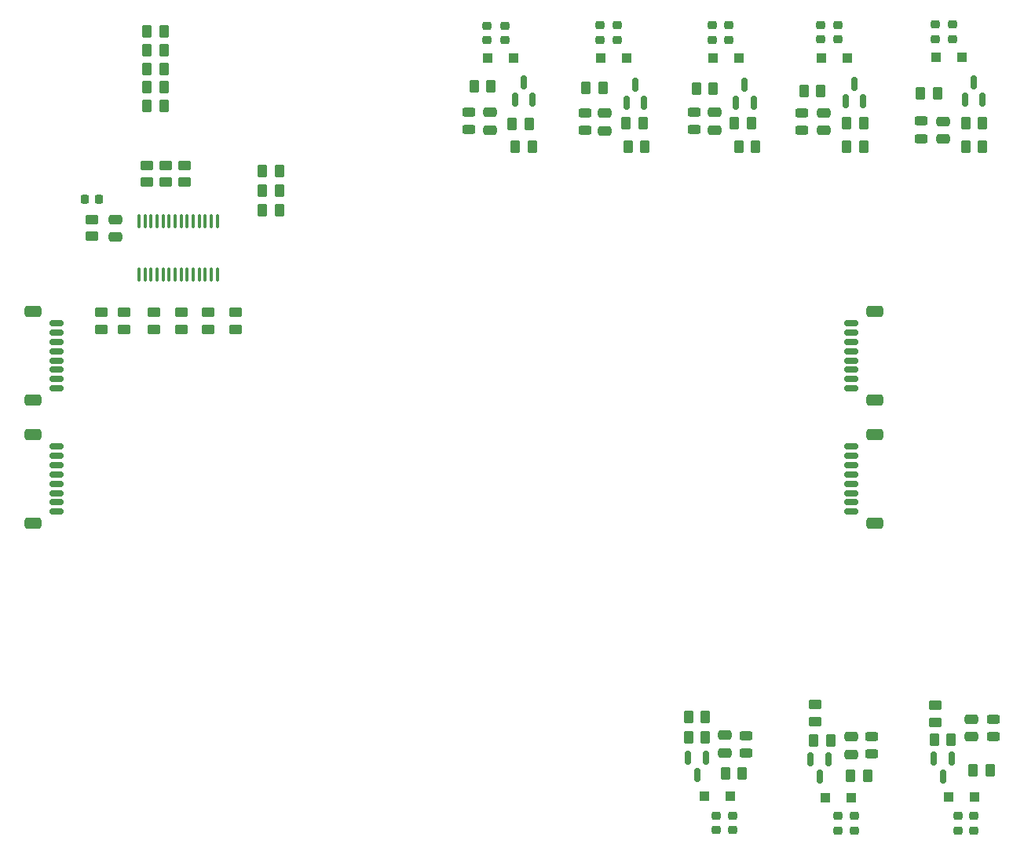
<source format=gbr>
%TF.GenerationSoftware,KiCad,Pcbnew,7.0.9*%
%TF.CreationDate,2024-01-05T06:09:31-08:00*%
%TF.ProjectId,Pi PCB Hat,50692050-4342-4204-9861-742e6b696361,rev?*%
%TF.SameCoordinates,Original*%
%TF.FileFunction,Paste,Top*%
%TF.FilePolarity,Positive*%
%FSLAX46Y46*%
G04 Gerber Fmt 4.6, Leading zero omitted, Abs format (unit mm)*
G04 Created by KiCad (PCBNEW 7.0.9) date 2024-01-05 06:09:31*
%MOMM*%
%LPD*%
G01*
G04 APERTURE LIST*
G04 Aperture macros list*
%AMRoundRect*
0 Rectangle with rounded corners*
0 $1 Rounding radius*
0 $2 $3 $4 $5 $6 $7 $8 $9 X,Y pos of 4 corners*
0 Add a 4 corners polygon primitive as box body*
4,1,4,$2,$3,$4,$5,$6,$7,$8,$9,$2,$3,0*
0 Add four circle primitives for the rounded corners*
1,1,$1+$1,$2,$3*
1,1,$1+$1,$4,$5*
1,1,$1+$1,$6,$7*
1,1,$1+$1,$8,$9*
0 Add four rect primitives between the rounded corners*
20,1,$1+$1,$2,$3,$4,$5,0*
20,1,$1+$1,$4,$5,$6,$7,0*
20,1,$1+$1,$6,$7,$8,$9,0*
20,1,$1+$1,$8,$9,$2,$3,0*%
G04 Aperture macros list end*
%ADD10RoundRect,0.218750X-0.218750X-0.256250X0.218750X-0.256250X0.218750X0.256250X-0.218750X0.256250X0*%
%ADD11RoundRect,0.250000X0.450000X-0.262500X0.450000X0.262500X-0.450000X0.262500X-0.450000X-0.262500X0*%
%ADD12RoundRect,0.150000X-0.150000X0.587500X-0.150000X-0.587500X0.150000X-0.587500X0.150000X0.587500X0*%
%ADD13RoundRect,0.218750X0.256250X-0.218750X0.256250X0.218750X-0.256250X0.218750X-0.256250X-0.218750X0*%
%ADD14RoundRect,0.218750X-0.256250X0.218750X-0.256250X-0.218750X0.256250X-0.218750X0.256250X0.218750X0*%
%ADD15RoundRect,0.250000X-0.475000X0.250000X-0.475000X-0.250000X0.475000X-0.250000X0.475000X0.250000X0*%
%ADD16RoundRect,0.250000X0.262500X0.450000X-0.262500X0.450000X-0.262500X-0.450000X0.262500X-0.450000X0*%
%ADD17RoundRect,0.150000X0.150000X-0.587500X0.150000X0.587500X-0.150000X0.587500X-0.150000X-0.587500X0*%
%ADD18RoundRect,0.250000X-0.262500X-0.450000X0.262500X-0.450000X0.262500X0.450000X-0.262500X0.450000X0*%
%ADD19RoundRect,0.243750X-0.456250X0.243750X-0.456250X-0.243750X0.456250X-0.243750X0.456250X0.243750X0*%
%ADD20RoundRect,0.250000X-0.300000X-0.300000X0.300000X-0.300000X0.300000X0.300000X-0.300000X0.300000X0*%
%ADD21RoundRect,0.150000X0.625000X-0.150000X0.625000X0.150000X-0.625000X0.150000X-0.625000X-0.150000X0*%
%ADD22RoundRect,0.250000X0.650000X-0.350000X0.650000X0.350000X-0.650000X0.350000X-0.650000X-0.350000X0*%
%ADD23RoundRect,0.100000X0.100000X-0.637500X0.100000X0.637500X-0.100000X0.637500X-0.100000X-0.637500X0*%
%ADD24RoundRect,0.250000X0.300000X0.300000X-0.300000X0.300000X-0.300000X-0.300000X0.300000X-0.300000X0*%
%ADD25RoundRect,0.250000X0.475000X-0.250000X0.475000X0.250000X-0.475000X0.250000X-0.475000X-0.250000X0*%
%ADD26RoundRect,0.243750X0.456250X-0.243750X0.456250X0.243750X-0.456250X0.243750X-0.456250X-0.243750X0*%
%ADD27RoundRect,0.150000X-0.625000X0.150000X-0.625000X-0.150000X0.625000X-0.150000X0.625000X0.150000X0*%
%ADD28RoundRect,0.250000X-0.650000X0.350000X-0.650000X-0.350000X0.650000X-0.350000X0.650000X0.350000X0*%
%ADD29RoundRect,0.250000X-0.450000X0.262500X-0.450000X-0.262500X0.450000X-0.262500X0.450000X0.262500X0*%
G04 APERTURE END LIST*
D10*
%TO.C,D2*%
X94812500Y-66150000D03*
X96387500Y-66150000D03*
%TD*%
D11*
%TO.C,R1G5*%
X99050000Y-80162500D03*
X99050000Y-78337500D03*
%TD*%
D12*
%TO.C,Q9*%
X175000000Y-126612500D03*
X173100000Y-126612500D03*
X174050000Y-128487500D03*
%TD*%
D13*
%TO.C,D24*%
X177800000Y-134287500D03*
X177800000Y-132712500D03*
%TD*%
D14*
%TO.C,D9*%
X162450000Y-47362500D03*
X162450000Y-48937500D03*
%TD*%
D11*
%TO.C,R37*%
X173610000Y-122512500D03*
X173610000Y-120687500D03*
%TD*%
D15*
%TO.C,C3*%
X138527673Y-56772425D03*
X138527673Y-58672425D03*
%TD*%
D16*
%TO.C,R28*%
X191632500Y-60477575D03*
X189807500Y-60477575D03*
%TD*%
D14*
%TO.C,D10*%
X164300000Y-47362500D03*
X164300000Y-48937500D03*
%TD*%
D17*
%TO.C,Q6*%
X189750000Y-55415075D03*
X191650000Y-55415075D03*
X190700000Y-53540075D03*
%TD*%
%TO.C,Q2*%
X141200000Y-55387500D03*
X143100000Y-55387500D03*
X142150000Y-53512500D03*
%TD*%
D11*
%TO.C,R14*%
X186550000Y-122596066D03*
X186550000Y-120771066D03*
%TD*%
D18*
%TO.C,R3G2*%
X101525000Y-50050000D03*
X103350000Y-50050000D03*
%TD*%
%TO.C,R3G5*%
X101525000Y-56050000D03*
X103350000Y-56050000D03*
%TD*%
D16*
%TO.C,R2*%
X115812500Y-63100000D03*
X113987500Y-63100000D03*
%TD*%
D18*
%TO.C,R34*%
X159937500Y-122053934D03*
X161762500Y-122053934D03*
%TD*%
D13*
%TO.C,D22*%
X162950000Y-134237500D03*
X162950000Y-132662500D03*
%TD*%
D15*
%TO.C,C5*%
X162750000Y-56770000D03*
X162750000Y-58670000D03*
%TD*%
D18*
%TO.C,R21*%
X164887500Y-57962575D03*
X166712500Y-57962575D03*
%TD*%
D12*
%TO.C,Q1*%
X188300000Y-126550000D03*
X186400000Y-126550000D03*
X187350000Y-128425000D03*
%TD*%
D18*
%TO.C,R7*%
X153187500Y-57950000D03*
X155012500Y-57950000D03*
%TD*%
D11*
%TO.C,R1G2*%
X108160000Y-80162500D03*
X108160000Y-78337500D03*
%TD*%
D14*
%TO.C,D1*%
X138200000Y-47412500D03*
X138200000Y-48987500D03*
%TD*%
%TO.C,D5*%
X150350000Y-47362500D03*
X150350000Y-48937500D03*
%TD*%
D17*
%TO.C,Q4*%
X165050000Y-55687500D03*
X166950000Y-55687500D03*
X166000000Y-53812500D03*
%TD*%
D14*
%TO.C,D3*%
X140100000Y-47400000D03*
X140100000Y-48975000D03*
%TD*%
D16*
%TO.C,R6*%
X150712500Y-54150000D03*
X148887500Y-54150000D03*
%TD*%
%TO.C,R25*%
X178832500Y-60477575D03*
X177007500Y-60477575D03*
%TD*%
D19*
%TO.C,F3*%
X160550000Y-56762500D03*
X160550000Y-58637500D03*
%TD*%
D11*
%TO.C,R1G3*%
X105220000Y-80162500D03*
X105220000Y-78337500D03*
%TD*%
D14*
%TO.C,D6*%
X152250000Y-47362500D03*
X152250000Y-48937500D03*
%TD*%
D18*
%TO.C,R3G3*%
X101525000Y-52050000D03*
X103350000Y-52050000D03*
%TD*%
D11*
%TO.C,R1G6*%
X96600000Y-80162500D03*
X96600000Y-78337500D03*
%TD*%
D17*
%TO.C,Q3*%
X153250000Y-55687500D03*
X155150000Y-55687500D03*
X154200000Y-53812500D03*
%TD*%
D14*
%TO.C,D12*%
X174150000Y-47312500D03*
X174150000Y-48887500D03*
%TD*%
D20*
%TO.C,D4*%
X138267327Y-50927575D03*
X141067327Y-50927575D03*
%TD*%
D19*
%TO.C,F2*%
X148800000Y-56812500D03*
X148800000Y-58687500D03*
%TD*%
D21*
%TO.C,J13*%
X91750000Y-99850000D03*
X91750000Y-98850000D03*
X91750000Y-97850000D03*
X91750000Y-96850000D03*
X91750000Y-95850000D03*
X91750000Y-94850000D03*
X91750000Y-93850000D03*
X91750000Y-92850000D03*
D22*
X89225000Y-101150000D03*
X89225000Y-91550000D03*
%TD*%
D18*
%TO.C,R32*%
X163887500Y-128153934D03*
X165712500Y-128153934D03*
%TD*%
%TO.C,R27*%
X189807500Y-57962575D03*
X191632500Y-57962575D03*
%TD*%
D17*
%TO.C,Q5*%
X176850000Y-55537500D03*
X178750000Y-55537500D03*
X177800000Y-53662500D03*
%TD*%
D13*
%TO.C,D21*%
X164650000Y-134237500D03*
X164650000Y-132662500D03*
%TD*%
D11*
%TO.C,R9*%
X101550000Y-64312500D03*
X101550000Y-62487500D03*
%TD*%
D18*
%TO.C,R13*%
X190637500Y-127821066D03*
X192462500Y-127821066D03*
%TD*%
D23*
%TO.C,U1*%
X100675000Y-74262500D03*
X101325000Y-74262500D03*
X101975000Y-74262500D03*
X102625000Y-74262500D03*
X103275000Y-74262500D03*
X103925000Y-74262500D03*
X104575000Y-74262500D03*
X105225000Y-74262500D03*
X105875000Y-74262500D03*
X106525000Y-74262500D03*
X107175000Y-74262500D03*
X107825000Y-74262500D03*
X108475000Y-74262500D03*
X109125000Y-74262500D03*
X109125000Y-68537500D03*
X108475000Y-68537500D03*
X107825000Y-68537500D03*
X107175000Y-68537500D03*
X106525000Y-68537500D03*
X105875000Y-68537500D03*
X105225000Y-68537500D03*
X104575000Y-68537500D03*
X103925000Y-68537500D03*
X103275000Y-68537500D03*
X102625000Y-68537500D03*
X101975000Y-68537500D03*
X101325000Y-68537500D03*
X100675000Y-68537500D03*
%TD*%
D24*
%TO.C,D19*%
X190800000Y-130700000D03*
X188000000Y-130700000D03*
%TD*%
%TO.C,D23*%
X164400000Y-130600000D03*
X161600000Y-130600000D03*
%TD*%
D11*
%TO.C,R1G4*%
X102280000Y-80162500D03*
X102280000Y-78337500D03*
%TD*%
D25*
%TO.C,C2*%
X98100000Y-70220000D03*
X98100000Y-68320000D03*
%TD*%
D15*
%TO.C,C7*%
X187350000Y-57720000D03*
X187350000Y-59620000D03*
%TD*%
D11*
%TO.C,R10*%
X103575000Y-64312500D03*
X103575000Y-62487500D03*
%TD*%
D24*
%TO.C,D26*%
X177500000Y-130750000D03*
X174700000Y-130750000D03*
%TD*%
D19*
%TO.C,F4*%
X172125000Y-56787500D03*
X172125000Y-58662500D03*
%TD*%
D11*
%TO.C,R11*%
X105600000Y-64312500D03*
X105600000Y-62487500D03*
%TD*%
D16*
%TO.C,R12*%
X188262500Y-124500000D03*
X186437500Y-124500000D03*
%TD*%
%TO.C,R26*%
X186762500Y-54750000D03*
X184937500Y-54750000D03*
%TD*%
%TO.C,R5*%
X143082500Y-60450000D03*
X141257500Y-60450000D03*
%TD*%
%TO.C,R20*%
X162612500Y-54200000D03*
X160787500Y-54200000D03*
%TD*%
D20*
%TO.C,D7*%
X150425000Y-50902575D03*
X153225000Y-50902575D03*
%TD*%
D15*
%TO.C,C4*%
X150900000Y-56850000D03*
X150900000Y-58750000D03*
%TD*%
D16*
%TO.C,R33*%
X161762500Y-124203934D03*
X159937500Y-124203934D03*
%TD*%
%TO.C,R23*%
X174212500Y-54450000D03*
X172387500Y-54450000D03*
%TD*%
D14*
%TO.C,D16*%
X188400000Y-47262500D03*
X188400000Y-48837500D03*
%TD*%
D20*
%TO.C,D14*%
X174225000Y-50902575D03*
X177025000Y-50902575D03*
%TD*%
D13*
%TO.C,D25*%
X176050000Y-134287500D03*
X176050000Y-132712500D03*
%TD*%
D12*
%TO.C,Q8*%
X161800000Y-126416434D03*
X159900000Y-126416434D03*
X160850000Y-128291434D03*
%TD*%
D13*
%TO.C,D8*%
X189000000Y-134287500D03*
X189000000Y-132712500D03*
%TD*%
D26*
%TO.C,F8*%
X192800000Y-124138566D03*
X192800000Y-122263566D03*
%TD*%
D19*
%TO.C,F6*%
X185050000Y-57712500D03*
X185050000Y-59587500D03*
%TD*%
D18*
%TO.C,R3G4*%
X101525000Y-54050000D03*
X103350000Y-54050000D03*
%TD*%
D20*
%TO.C,D11*%
X162550000Y-50900000D03*
X165350000Y-50900000D03*
%TD*%
D14*
%TO.C,D15*%
X186550000Y-47262500D03*
X186550000Y-48837500D03*
%TD*%
D15*
%TO.C,C6*%
X174475000Y-56800000D03*
X174475000Y-58700000D03*
%TD*%
D27*
%TO.C,J14*%
X177500000Y-92850000D03*
X177500000Y-93850000D03*
X177500000Y-94850000D03*
X177500000Y-95850000D03*
X177500000Y-96850000D03*
X177500000Y-97850000D03*
X177500000Y-98850000D03*
X177500000Y-99850000D03*
D28*
X180025000Y-91550000D03*
X180025000Y-101150000D03*
%TD*%
D19*
%TO.C,F1*%
X136277673Y-56762500D03*
X136277673Y-58637500D03*
%TD*%
D21*
%TO.C,J3*%
X91750000Y-86550000D03*
X91750000Y-85550000D03*
X91750000Y-84550000D03*
X91750000Y-83550000D03*
X91750000Y-82550000D03*
X91750000Y-81550000D03*
X91750000Y-80550000D03*
X91750000Y-79550000D03*
D22*
X89225000Y-87850000D03*
X89225000Y-78250000D03*
%TD*%
D13*
%TO.C,D18*%
X190700000Y-134287500D03*
X190700000Y-132712500D03*
%TD*%
D14*
%TO.C,D13*%
X176050000Y-47312500D03*
X176050000Y-48887500D03*
%TD*%
D18*
%TO.C,R3G1*%
X101525000Y-48050000D03*
X103350000Y-48050000D03*
%TD*%
D11*
%TO.C,R1G1*%
X111100000Y-80162500D03*
X111100000Y-78337500D03*
%TD*%
D29*
%TO.C,R1*%
X95600000Y-68337500D03*
X95600000Y-70162500D03*
%TD*%
D16*
%TO.C,R3*%
X138650000Y-53950000D03*
X136825000Y-53950000D03*
%TD*%
D26*
%TO.C,F7*%
X179710000Y-126037500D03*
X179710000Y-124162500D03*
%TD*%
D16*
%TO.C,R2G2*%
X115812500Y-67350000D03*
X113987500Y-67350000D03*
%TD*%
D27*
%TO.C,J9*%
X177500000Y-79550000D03*
X177500000Y-80550000D03*
X177500000Y-81550000D03*
X177500000Y-82550000D03*
X177500000Y-83550000D03*
X177500000Y-84550000D03*
X177500000Y-85550000D03*
X177500000Y-86550000D03*
D28*
X180025000Y-78250000D03*
X180025000Y-87850000D03*
%TD*%
D18*
%TO.C,R35*%
X177397500Y-128350000D03*
X179222500Y-128350000D03*
%TD*%
D16*
%TO.C,R36*%
X175235000Y-124600000D03*
X173410000Y-124600000D03*
%TD*%
%TO.C,R22*%
X167182500Y-60477575D03*
X165357500Y-60477575D03*
%TD*%
D18*
%TO.C,R4*%
X140915173Y-57972425D03*
X142740173Y-57972425D03*
%TD*%
D25*
%TO.C,C9*%
X163850000Y-125903934D03*
X163850000Y-124003934D03*
%TD*%
D18*
%TO.C,R24*%
X177007500Y-57962575D03*
X178832500Y-57962575D03*
%TD*%
D26*
%TO.C,F5*%
X166100000Y-125891434D03*
X166100000Y-124016434D03*
%TD*%
D25*
%TO.C,C1*%
X190400000Y-124171066D03*
X190400000Y-122271066D03*
%TD*%
D16*
%TO.C,R8*%
X155232500Y-60477575D03*
X153407500Y-60477575D03*
%TD*%
D20*
%TO.C,D17*%
X186627500Y-50827575D03*
X189427500Y-50827575D03*
%TD*%
D25*
%TO.C,C10*%
X177460000Y-126050000D03*
X177460000Y-124150000D03*
%TD*%
D16*
%TO.C,R2G1*%
X115812500Y-65225000D03*
X113987500Y-65225000D03*
%TD*%
M02*

</source>
